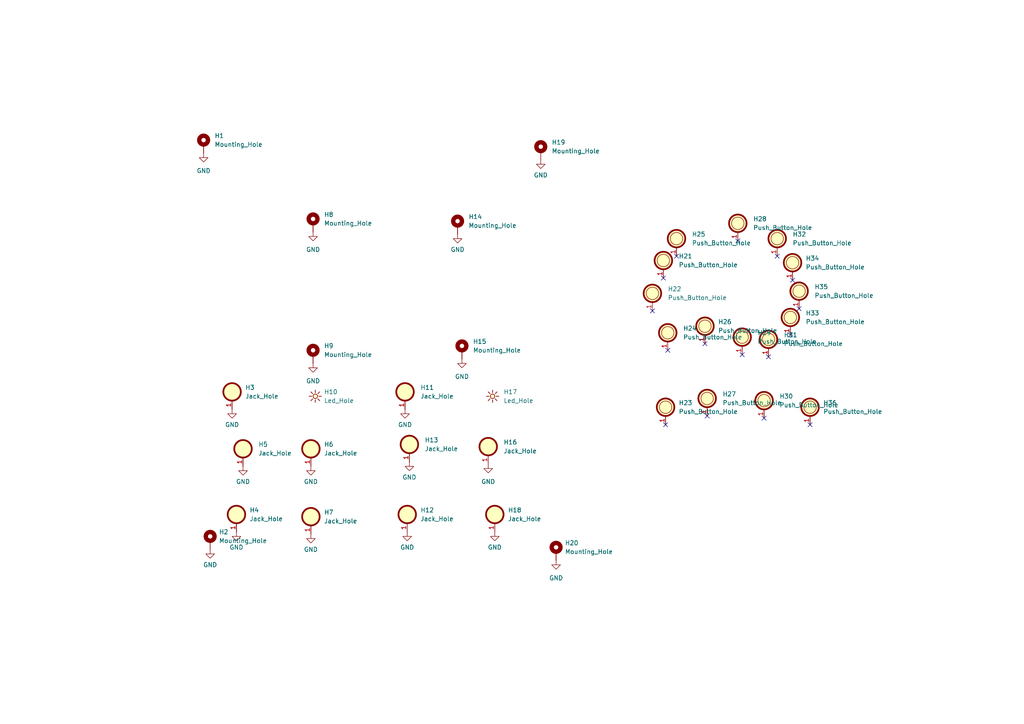
<source format=kicad_sch>
(kicad_sch (version 20211123) (generator eeschema)
  (paper "A4")
  (lib_symbols
    (symbol "Kosmo:Jack_Hole" (pin_names (offset 1.016))
      (property "Reference" "H" (at 3.81 1.27 0))
      (property "Value" "Jack_Hole" (at 7.62 -1.27 0))
      (symbol "Jack_Hole_1_1"
        (circle (center 0 0) (radius 2.54) (stroke (width 0.508)) (fill (type background)))
        (pin passive line (at 0 -5.08 90) (length 2.54) (name "~") (number "1"))
      )
    )
    (symbol "Kosmo:Led_Hole" (pin_names (offset 1.016))
      (property "Reference" "H" (at 2.413 1.397 0))
      (property "Value" "Led_Hole" (at 6.223 -1.143 0))
      (symbol "Led_Hole_1_1"
        (polyline (pts (xy -1.016 0) (xy -1.778 0)) (stroke (width 0.2032)))
        (polyline (pts (xy -0.762 -0.762) (xy -1.27 -1.27)) (stroke (width 0.2032)))
        (polyline (pts (xy -0.762 0.762) (xy -1.27 1.27)) (stroke (width 0.2032)))
        (polyline (pts (xy 0 -1.778) (xy 0 -1.016)) (stroke (width 0.2032)))
        (polyline (pts (xy 0 1.016) (xy 0 1.778)) (stroke (width 0.2032)))
        (polyline (pts (xy 1.27 -1.27) (xy 0.762 -0.762)) (stroke (width 0.2032)))
        (polyline (pts (xy 1.27 1.27) (xy 0.762 0.762)) (stroke (width 0.2032)))
        (polyline (pts (xy 1.778 0) (xy 1.016 0)) (stroke (width 0.2032)))
        (circle (center 0 0) (radius 0.635) (stroke (width 0.2032)) (fill (type background)))
      )
    )
    (symbol "Kosmo:Mounting_Hole" (pin_numbers hide) (pin_names (offset 1.016) hide)
      (property "Reference" "H" (at 0 6.35 0))
      (property "Value" "Mounting_Hole" (at 0 4.445 0))
      (symbol "Mounting_Hole_0_1"
        (circle (center 0 1.27) (radius 1.27) (stroke (width 1.27)))
      )
      (symbol "Mounting_Hole_1_1"
        (pin input line (at 0 -2.54 90) (length 2.54) (name "1") (number "1"))
      )
    )
    (symbol "Kosmo:Push_Button_Hole" (pin_names (offset 1.016))
      (property "Reference" "H" (at 3.81 1.27 0))
      (property "Value" "Push_Button_Hole" (at 7.62 -1.27 0))
      (symbol "Push_Button_Hole_0_1"
        (circle (center 0 0) (radius 1.8034) (fill (type background)))
      )
      (symbol "Push_Button_Hole_1_1"
        (circle (center 0 0) (radius 2.54) (stroke (width 0.508)) (fill (type background)))
        (pin passive line (at 0 -5.08 90) (length 2.54) (name "~") (number "1"))
      )
    )
    (symbol "power:GND" (power) (pin_names (offset 0))
      (property "Value" "GND" (at 0 -3.81 0))
      (symbol "GND_0_1"
        (polyline (pts (xy 0 0) (xy 0 -1.27) (xy 1.27 -1.27) (xy 0 -2.54) (xy -1.27 -1.27) (xy 0 -1.27)))
      )
      (symbol "GND_1_1"
        (pin power_in line (at 0 0 270) (length 0) hide (name "GND") (number "1"))
      )
    )
  )
  (no_connect (at 192.405 80.645))
  (no_connect (at 196.215 74.295))
  (no_connect (at 204.47 99.695))
  (no_connect (at 193.675 101.6))
  (no_connect (at 205.105 120.65))
  (no_connect (at 231.775 89.535))
  (no_connect (at 229.235 97.155))
  (no_connect (at 189.23 90.17))
  (no_connect (at 213.995 69.85))
  (no_connect (at 225.425 74.295))
  (no_connect (at 229.87 81.28))
  (no_connect (at 222.885 103.505))
  (no_connect (at 215.265 102.87))
  (no_connect (at 221.615 121.285))
  (no_connect (at 234.95 123.19))
  (no_connect (at 193.04 123.19))
  (symbol (lib_id "power:GND") (at 90.805 105.41 0) (unit 1)
    (property "Reference" "#PWR0104" (effects hide))
    (property "Value" "GND" (at 90.805 110.49 0))
  )
  (symbol (lib_id "Kosmo:Led_Hole") (at 142.875 114.935 0) (unit 1)
    (property "Reference" "H17" (at 146.05 113.6649 0) (effects (justify left)))
    (property "Value" "Led_Hole" (at 146.05 116.2049 0) (effects (justify left)))
    (property "Footprint" "Kosmo_panel:Kosmo_LED_Hole" (effects hide))
  )
  (symbol (lib_id "Kosmo:Push_Button_Hole") (at 213.995 64.77 0) (unit 1)
    (property "Reference" "H28" (at 218.44 63.4999 0) (effects (justify left)))
    (property "Value" "Push_Button_Hole" (at 218.44 66.0399 0) (effects (justify left)))
    (property "Footprint" "Kosmo_panel:Kosmo_Illum_Switch" (effects hide))
  )
  (symbol (lib_id "Kosmo:Mounting_Hole") (at 161.29 160.02 0) (unit 1)
    (property "Reference" "H20" (at 163.83 157.4799 0) (effects (justify left)))
    (property "Value" "Mounting_Hole" (at 163.83 160.0199 0) (effects (justify left)))
    (property "Footprint" "Kosmo_panel:Kosmo_Panel_Mounting_Hole" (effects hide))
  )
  (symbol (lib_id "Kosmo:Jack_Hole") (at 68.58 149.225 0) (unit 1)
    (property "Reference" "H4" (at 72.39 147.9549 0) (effects (justify left)))
    (property "Value" "Jack_Hole" (at 72.39 150.4949 0) (effects (justify left)))
    (property "Footprint" "Kosmo_panel:Kosmo_Jack_Hole" (effects hide))
  )
  (symbol (lib_id "power:GND") (at 90.17 154.94 0) (unit 1)
    (property "Reference" "#PWR0116" (effects hide))
    (property "Value" "GND" (at 90.17 159.385 0))
  )
  (symbol (lib_id "Kosmo:Mounting_Hole") (at 90.805 102.87 0) (unit 1)
    (property "Reference" "H9" (at 93.98 100.3299 0) (effects (justify left)))
    (property "Value" "Mounting_Hole" (at 93.98 102.8699 0) (effects (justify left)))
    (property "Footprint" "Kosmo_panel:Kosmo_Panel_Mounting_Hole" (effects hide))
  )
  (symbol (lib_id "Kosmo:Jack_Hole") (at 70.485 130.175 0) (unit 1)
    (property "Reference" "H5" (at 74.93 128.9049 0) (effects (justify left)))
    (property "Value" "Jack_Hole" (at 74.93 131.4449 0) (effects (justify left)))
    (property "Footprint" "Kosmo_panel:Kosmo_Jack_Hole" (effects hide))
  )
  (symbol (lib_id "Kosmo:Push_Button_Hole") (at 222.885 98.425 0) (unit 1)
    (property "Reference" "H31" (at 227.33 97.1549 0) (effects (justify left)))
    (property "Value" "Push_Button_Hole" (at 227.33 99.6949 0) (effects (justify left)))
    (property "Footprint" "Kosmo_panel:Kosmo_Illum_Switch" (effects hide))
  )
  (symbol (lib_id "Kosmo:Push_Button_Hole") (at 204.47 94.615 0) (unit 1)
    (property "Reference" "H26" (at 208.28 93.3449 0) (effects (justify left)))
    (property "Value" "Push_Button_Hole" (at 208.28 95.8849 0) (effects (justify left)))
    (property "Footprint" "Kosmo_panel:Kosmo_Illum_Switch" (effects hide))
  )
  (symbol (lib_id "Kosmo:Push_Button_Hole") (at 215.265 97.79 0) (unit 1)
    (property "Reference" "H29" (at 219.71 96.5199 0) (effects (justify left)))
    (property "Value" "Push_Button_Hole" (at 219.71 99.0599 0) (effects (justify left)))
    (property "Footprint" "Kosmo_panel:Kosmo_Illum_Switch" (effects hide))
  )
  (symbol (lib_id "Kosmo:Mounting_Hole") (at 156.845 43.815 0) (unit 1)
    (property "Reference" "H19" (at 160.02 41.2749 0) (effects (justify left)))
    (property "Value" "Mounting_Hole" (at 160.02 43.8149 0) (effects (justify left)))
    (property "Footprint" "Kosmo_panel:Kosmo_Panel_Mounting_Hole" (effects hide))
  )
  (symbol (lib_id "Kosmo:Jack_Hole") (at 117.475 113.665 0) (unit 1)
    (property "Reference" "H11" (at 121.92 112.3949 0) (effects (justify left)))
    (property "Value" "Jack_Hole" (at 121.92 114.9349 0) (effects (justify left)))
    (property "Footprint" "Kosmo_panel:Kosmo_Jack_Hole" (effects hide))
  )
  (symbol (lib_id "Kosmo:Push_Button_Hole") (at 221.615 116.205 0) (unit 1)
    (property "Reference" "H30" (at 226.06 114.9349 0) (effects (justify left)))
    (property "Value" "Push_Button_Hole" (at 226.06 117.4749 0) (effects (justify left)))
    (property "Footprint" "Kosmo_panel:Kosmo_Illum_Switch" (effects hide))
  )
  (symbol (lib_id "power:GND") (at 117.475 118.745 0) (unit 1)
    (property "Reference" "#PWR0107" (effects hide))
    (property "Value" "GND" (at 117.475 123.19 0))
  )
  (symbol (lib_id "Kosmo:Jack_Hole") (at 90.17 130.175 0) (unit 1)
    (property "Reference" "H6" (at 93.98 128.9049 0) (effects (justify left)))
    (property "Value" "Jack_Hole" (at 93.98 131.4449 0) (effects (justify left)))
    (property "Footprint" "Kosmo_panel:Kosmo_Jack_Hole" (effects hide))
  )
  (symbol (lib_id "power:GND") (at 60.96 159.385 0) (unit 1)
    (property "Reference" "#PWR0113" (effects hide))
    (property "Value" "GND" (at 60.96 163.83 0))
  )
  (symbol (lib_id "Kosmo:Mounting_Hole") (at 132.715 65.405 0) (unit 1)
    (property "Reference" "H14" (at 135.89 62.8649 0) (effects (justify left)))
    (property "Value" "Mounting_Hole" (at 135.89 65.4049 0) (effects (justify left)))
    (property "Footprint" "Kosmo_panel:Kosmo_Panel_Mounting_Hole" (effects hide))
  )
  (symbol (lib_id "Kosmo:Push_Button_Hole") (at 196.215 69.215 0) (unit 1)
    (property "Reference" "H25" (at 200.66 67.9449 0) (effects (justify left)))
    (property "Value" "Push_Button_Hole" (at 200.66 70.4849 0) (effects (justify left)))
    (property "Footprint" "Kosmo_panel:Kosmo_Illum_Switch" (effects hide))
  )
  (symbol (lib_id "Kosmo:Jack_Hole") (at 118.11 149.225 0) (unit 1)
    (property "Reference" "H12" (at 121.92 147.9549 0) (effects (justify left)))
    (property "Value" "Jack_Hole" (at 121.92 150.4949 0) (effects (justify left)))
    (property "Footprint" "Kosmo_panel:Kosmo_Jack_Hole" (effects hide))
  )
  (symbol (lib_id "Kosmo:Push_Button_Hole") (at 234.95 118.11 0) (unit 1)
    (property "Reference" "H36" (at 238.76 116.8399 0) (effects (justify left)))
    (property "Value" "Push_Button_Hole" (at 238.76 119.3799 0) (effects (justify left)))
    (property "Footprint" "Kosmo_panel:Kosmo_Illum_Switch" (effects hide))
  )
  (symbol (lib_id "Kosmo:Push_Button_Hole") (at 205.105 115.57 0) (unit 1)
    (property "Reference" "H27" (at 209.55 114.2999 0) (effects (justify left)))
    (property "Value" "Push_Button_Hole" (at 209.55 116.8399 0) (effects (justify left)))
    (property "Footprint" "Kosmo_panel:Kosmo_Illum_Switch" (effects hide))
  )
  (symbol (lib_id "power:GND") (at 143.51 154.305 0) (unit 1)
    (property "Reference" "#PWR0110" (effects hide))
    (property "Value" "GND" (at 143.51 158.75 0))
  )
  (symbol (lib_id "power:GND") (at 132.715 67.945 0) (unit 1)
    (property "Reference" "#PWR0101" (effects hide))
    (property "Value" "GND" (at 132.715 72.39 0))
  )
  (symbol (lib_id "Kosmo:Mounting_Hole") (at 59.055 41.91 0) (unit 1)
    (property "Reference" "H1" (at 62.23 39.3699 0) (effects (justify left)))
    (property "Value" "Mounting_Hole" (at 62.23 41.9099 0) (effects (justify left)))
    (property "Footprint" "Kosmo_panel:Kosmo_Panel_Mounting_Hole" (effects hide))
  )
  (symbol (lib_id "power:GND") (at 90.17 135.255 0) (unit 1)
    (property "Reference" "#PWR0115" (effects hide))
    (property "Value" "GND" (at 90.17 139.7 0))
  )
  (symbol (lib_id "Kosmo:Jack_Hole") (at 141.605 129.54 0) (unit 1)
    (property "Reference" "H16" (at 146.05 128.2699 0) (effects (justify left)))
    (property "Value" "Jack_Hole" (at 146.05 130.8099 0) (effects (justify left)))
    (property "Footprint" "Kosmo_panel:Kosmo_Jack_Hole" (effects hide))
  )
  (symbol (lib_id "Kosmo:Push_Button_Hole") (at 192.405 75.565 0) (unit 1)
    (property "Reference" "H21" (at 196.85 74.2949 0) (effects (justify left)))
    (property "Value" "Push_Button_Hole" (at 196.85 76.8349 0) (effects (justify left)))
    (property "Footprint" "Kosmo_panel:Kosmo_Illum_Switch" (effects hide))
  )
  (symbol (lib_id "power:GND") (at 118.745 133.985 0) (unit 1)
    (property "Reference" "#PWR0106" (effects hide))
    (property "Value" "GND" (at 118.745 138.43 0))
  )
  (symbol (lib_id "Kosmo:Push_Button_Hole") (at 193.675 96.52 0) (unit 1)
    (property "Reference" "H24" (at 198.12 95.2499 0) (effects (justify left)))
    (property "Value" "Push_Button_Hole" (at 198.12 97.7899 0) (effects (justify left)))
    (property "Footprint" "Kosmo_panel:Kosmo_Illum_Switch" (effects hide))
  )
  (symbol (lib_id "Kosmo:Mounting_Hole") (at 60.96 156.845 0) (unit 1)
    (property "Reference" "H2" (at 63.5 154.3049 0) (effects (justify left)))
    (property "Value" "Mounting_Hole" (at 63.5 156.8449 0) (effects (justify left)))
    (property "Footprint" "Kosmo_panel:Kosmo_Panel_Mounting_Hole" (effects hide))
  )
  (symbol (lib_id "Kosmo:Push_Button_Hole") (at 193.04 118.11 0) (unit 1)
    (property "Reference" "H23" (at 196.85 116.8399 0) (effects (justify left)))
    (property "Value" "Push_Button_Hole" (at 196.85 119.3799 0) (effects (justify left)))
    (property "Footprint" "Kosmo_panel:Kosmo_Illum_Switch" (effects hide))
  )
  (symbol (lib_id "Kosmo:Push_Button_Hole") (at 229.235 92.075 0) (unit 1)
    (property "Reference" "H33" (at 233.68 90.8049 0) (effects (justify left)))
    (property "Value" "Push_Button_Hole" (at 233.68 93.3449 0) (effects (justify left)))
    (property "Footprint" "Kosmo_panel:Kosmo_Illum_Switch" (effects hide))
  )
  (symbol (lib_id "Kosmo:Jack_Hole") (at 90.17 149.86 0) (unit 1)
    (property "Reference" "H7" (at 93.98 148.5899 0) (effects (justify left)))
    (property "Value" "Jack_Hole" (at 93.98 151.1299 0) (effects (justify left)))
    (property "Footprint" "Kosmo_panel:Kosmo_Jack_Hole" (effects hide))
  )
  (symbol (lib_id "power:GND") (at 68.58 154.305 0) (unit 1)
    (property "Reference" "#PWR0112" (effects hide))
    (property "Value" "GND" (at 68.58 158.75 0))
  )
  (symbol (lib_id "Kosmo:Led_Hole") (at 91.44 114.935 0) (unit 1)
    (property "Reference" "H10" (at 93.98 113.6649 0) (effects (justify left)))
    (property "Value" "Led_Hole" (at 93.98 116.2049 0) (effects (justify left)))
    (property "Footprint" "Kosmo_panel:Kosmo_LED_Hole" (effects hide))
  )
  (symbol (lib_id "Kosmo:Jack_Hole") (at 118.745 128.905 0) (unit 1)
    (property "Reference" "H13" (at 123.19 127.6349 0) (effects (justify left)))
    (property "Value" "Jack_Hole" (at 123.19 130.1749 0) (effects (justify left)))
    (property "Footprint" "Kosmo_panel:Kosmo_Jack_Hole" (effects hide))
  )
  (symbol (lib_id "power:GND") (at 156.845 46.355 0) (unit 1)
    (property "Reference" "#PWR0102" (effects hide))
    (property "Value" "GND" (at 156.845 50.8 0))
  )
  (symbol (lib_id "power:GND") (at 141.605 134.62 0) (unit 1)
    (property "Reference" "#PWR0108" (effects hide))
    (property "Value" "GND" (at 141.605 139.7 0))
  )
  (symbol (lib_id "Kosmo:Push_Button_Hole") (at 229.87 76.2 0) (unit 1)
    (property "Reference" "H34" (at 233.68 74.9299 0) (effects (justify left)))
    (property "Value" "Push_Button_Hole" (at 233.68 77.4699 0) (effects (justify left)))
    (property "Footprint" "Kosmo_panel:Kosmo_Illum_Switch" (effects hide))
  )
  (symbol (lib_id "Kosmo:Jack_Hole") (at 143.51 149.225 0) (unit 1)
    (property "Reference" "H18" (at 147.32 147.9549 0) (effects (justify left)))
    (property "Value" "Jack_Hole" (at 147.32 150.4949 0) (effects (justify left)))
    (property "Footprint" "Kosmo_panel:Kosmo_Jack_Hole" (effects hide))
  )
  (symbol (lib_id "Kosmo:Jack_Hole") (at 67.31 113.665 0) (unit 1)
    (property "Reference" "H3" (at 71.12 112.3949 0) (effects (justify left)))
    (property "Value" "Jack_Hole" (at 71.12 114.9349 0) (effects (justify left)))
    (property "Footprint" "Kosmo_panel:Kosmo_Jack_Hole" (effects hide))
  )
  (symbol (lib_id "power:GND") (at 118.11 154.305 0) (unit 1)
    (property "Reference" "#PWR0105" (effects hide))
    (property "Value" "GND" (at 118.11 158.75 0))
  )
  (symbol (lib_id "power:GND") (at 133.985 104.14 0) (unit 1)
    (property "Reference" "#PWR0109" (effects hide))
    (property "Value" "GND" (at 133.985 109.22 0))
  )
  (symbol (lib_id "power:GND") (at 90.805 67.31 0) (unit 1)
    (property "Reference" "#PWR0117" (effects hide))
    (property "Value" "GND" (at 90.805 72.39 0))
  )
  (symbol (lib_id "power:GND") (at 67.31 118.745 0) (unit 1)
    (property "Reference" "#PWR0103" (effects hide))
    (property "Value" "GND" (at 67.31 123.19 0))
  )
  (symbol (lib_id "power:GND") (at 70.485 135.255 0) (unit 1)
    (property "Reference" "#PWR0114" (effects hide))
    (property "Value" "GND" (at 70.485 139.7 0))
  )
  (symbol (lib_id "Kosmo:Mounting_Hole") (at 90.805 64.77 0) (unit 1)
    (property "Reference" "H8" (at 93.98 62.2299 0) (effects (justify left)))
    (property "Value" "Mounting_Hole" (at 93.98 64.7699 0) (effects (justify left)))
    (property "Footprint" "Kosmo_panel:Kosmo_Panel_Mounting_Hole" (effects hide))
  )
  (symbol (lib_id "Kosmo:Push_Button_Hole") (at 231.775 84.455 0) (unit 1)
    (property "Reference" "H35" (at 236.22 83.1849 0) (effects (justify left)))
    (property "Value" "Push_Button_Hole" (at 236.22 85.7249 0) (effects (justify left)))
    (property "Footprint" "Kosmo_panel:Kosmo_Illum_Switch" (effects hide))
  )
  (symbol (lib_id "power:GND") (at 59.055 44.45 0) (unit 1)
    (property "Reference" "#PWR0118" (effects hide))
    (property "Value" "GND" (at 59.055 49.53 0))
  )
  (symbol (lib_id "Kosmo:Mounting_Hole") (at 133.985 101.6 0) (unit 1)
    (property "Reference" "H15" (at 137.16 99.0599 0) (effects (justify left)))
    (property "Value" "Mounting_Hole" (at 137.16 101.5999 0) (effects (justify left)))
    (property "Footprint" "Kosmo_panel:Kosmo_Panel_Mounting_Hole" (effects hide))
  )
  (symbol (lib_id "Kosmo:Push_Button_Hole") (at 189.23 85.09 0) (unit 1)
    (property "Reference" "H22" (at 193.675 83.8199 0) (effects (justify left)))
    (property "Value" "Push_Button_Hole" (at 193.675 86.3599 0) (effects (justify left)))
    (property "Footprint" "Kosmo_panel:Kosmo_Illum_Switch" (effects hide))
  )
  (symbol (lib_id "Kosmo:Push_Button_Hole") (at 225.425 69.215 0) (unit 1)
    (property "Reference" "H32" (at 229.87 67.9449 0) (effects (justify left)))
    (property "Value" "Push_Button_Hole" (at 229.87 70.4849 0) (effects (justify left)))
    (property "Footprint" "Kosmo_panel:Kosmo_Illum_Switch" (effects hide))
  )
  (symbol (lib_id "power:GND") (at 161.29 162.56 0) (unit 1)
    (property "Reference" "#PWR0111" (effects hide))
    (property "Value" "GND" (at 161.29 167.64 0))
  )
)
</source>
